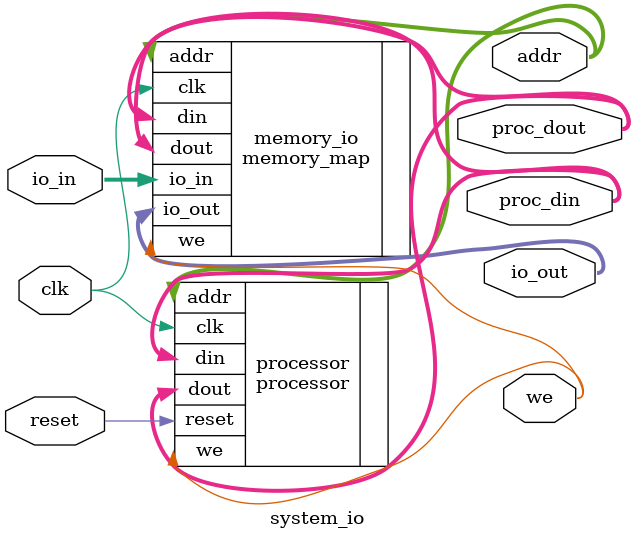
<source format=v>
module system_io (
   input          clk,
   input          reset,
   output  [15:0] proc_din,
   output  [15:0] addr,
   output  [15:0] proc_dout,
   output         we,
   input  [3:0]   io_in,
   output [3:0]   io_out
   );
      
   processor processor (
      .clk     (clk      ),
      .reset   (reset    ),
      .din     (proc_din ),
      .addr    (addr     ),
      .dout    (proc_dout),
      .we      (we       )
   );
   
   memory_map memory_io (
      .clk     (clk      ),
      .addr    (addr     ),
      .din     (proc_dout),
      .we      (we       ),
      .dout    (proc_din ),
      .io_in   (io_in    ),
      .io_out  (io_out   )
   );
   
endmodule
   
</source>
